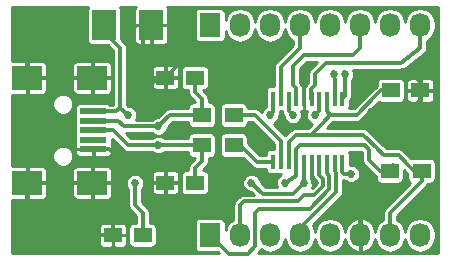
<source format=gtl>
G04 #@! TF.FileFunction,Copper,L1,Top,Signal*
%FSLAX46Y46*%
G04 Gerber Fmt 4.6, Leading zero omitted, Abs format (unit mm)*
G04 Created by KiCad (PCBNEW 4.0.3+e1-6302~38~ubuntu14.04.1-stable) date Tue Aug 16 14:14:18 2016*
%MOMM*%
%LPD*%
G01*
G04 APERTURE LIST*
%ADD10C,0.100000*%
%ADD11R,1.500000X1.250000*%
%ADD12R,2.000000X2.500000*%
%ADD13R,2.301240X0.500380*%
%ADD14R,2.499360X1.998980*%
%ADD15R,1.727200X2.032000*%
%ADD16O,1.727200X2.032000*%
%ADD17R,1.500000X1.300000*%
%ADD18R,0.406400X1.270000*%
%ADD19C,0.685800*%
%ADD20C,2.900000*%
%ADD21C,0.304800*%
%ADD22C,0.250000*%
%ADD23C,0.254000*%
G04 APERTURE END LIST*
D10*
D11*
X156825000Y-111760000D03*
X154325000Y-111760000D03*
D12*
X153575000Y-93980000D03*
X157575000Y-93980000D03*
D11*
X161270000Y-98425000D03*
X158770000Y-98425000D03*
X161270000Y-107315000D03*
X158770000Y-107315000D03*
X180350000Y-99500000D03*
X177850000Y-99500000D03*
D13*
X152674320Y-101269800D03*
X152674320Y-102069900D03*
X152674320Y-102870000D03*
X152674320Y-103670100D03*
X152674320Y-104470200D03*
D14*
X152575260Y-98419920D03*
X147076160Y-98419920D03*
X152575260Y-107320080D03*
X147076160Y-107320080D03*
D15*
X162560000Y-111760000D03*
D16*
X165100000Y-111760000D03*
X167640000Y-111760000D03*
X170180000Y-111760000D03*
X172720000Y-111760000D03*
X175260000Y-111760000D03*
X177800000Y-111760000D03*
X180340000Y-111760000D03*
D15*
X162560000Y-93980000D03*
D16*
X165100000Y-93980000D03*
X167640000Y-93980000D03*
X170180000Y-93980000D03*
X172720000Y-93980000D03*
X175260000Y-93980000D03*
X177800000Y-93980000D03*
X180340000Y-93980000D03*
D17*
X164545000Y-101600000D03*
X161845000Y-101600000D03*
X164545000Y-104140000D03*
X161845000Y-104140000D03*
D18*
X173736000Y-100203000D03*
X173101000Y-100203000D03*
X172440600Y-100203000D03*
X171780200Y-100203000D03*
X171145200Y-100203000D03*
X170484800Y-100203000D03*
X169824400Y-100203000D03*
X169189400Y-100203000D03*
X168529000Y-100203000D03*
X167894000Y-100203000D03*
X167894000Y-105537000D03*
X168529000Y-105537000D03*
X169189400Y-105537000D03*
X169824400Y-105537000D03*
X170484800Y-105537000D03*
X171145200Y-105537000D03*
X171780200Y-105537000D03*
X172440600Y-105537000D03*
X173101000Y-105537000D03*
X173736000Y-105537000D03*
D17*
X180450000Y-106300000D03*
X177750000Y-106300000D03*
D19*
X170497500Y-107315000D03*
X166052500Y-107315000D03*
X156210000Y-107315000D03*
X155575000Y-101600000D03*
D20*
X147750000Y-94500000D03*
X147750000Y-111250000D03*
X179600000Y-102800000D03*
D19*
X176149000Y-101346000D03*
X174802800Y-99060000D03*
X156845000Y-105410000D03*
X156845000Y-100965000D03*
X171450000Y-107315000D03*
X175260000Y-107315000D03*
X167640000Y-97155000D03*
X170497500Y-98742500D03*
X158178500Y-102552500D03*
X158178500Y-104140000D03*
X167640000Y-101600000D03*
X168910000Y-107315000D03*
X174498000Y-106553000D03*
X171450000Y-101600000D03*
X173037500Y-98107500D03*
X173990000Y-98107500D03*
X169545000Y-101600000D03*
D21*
X170497500Y-107315000D02*
X170497500Y-105549700D01*
X169545000Y-108267500D02*
X170497500Y-107315000D01*
X166052500Y-107315000D02*
X167005000Y-108267500D01*
X167005000Y-108267500D02*
X169545000Y-108267500D01*
X170497500Y-105549700D02*
X170484800Y-105537000D01*
X154940000Y-100965000D02*
X155575000Y-101600000D01*
X154940000Y-100965000D02*
X154940000Y-95885000D01*
X154622500Y-101282500D02*
X154940000Y-100965000D01*
X152674320Y-101269800D02*
X154622500Y-101282500D01*
X154940000Y-95885000D02*
X153670000Y-94615000D01*
X156210000Y-109220000D02*
X156845000Y-109855000D01*
X156210000Y-107315000D02*
X156210000Y-109220000D01*
X156845000Y-109855000D02*
X156845000Y-111760000D01*
X147800000Y-94550000D02*
X147750000Y-94500000D01*
X147076160Y-97223840D02*
X147800000Y-96500000D01*
X147800000Y-96500000D02*
X147800000Y-96100000D01*
X147076160Y-98419920D02*
X147076160Y-97223840D01*
X147800000Y-96100000D02*
X147800000Y-94550000D01*
X180350000Y-99500000D02*
X180350000Y-100350000D01*
X179600000Y-101100000D02*
X179600000Y-102800000D01*
X180350000Y-100350000D02*
X179600000Y-101100000D01*
X156210000Y-106045000D02*
X155575000Y-106045000D01*
X155575000Y-106045000D02*
X154940000Y-105410000D01*
X154325000Y-111760000D02*
X148260000Y-111760000D01*
X148260000Y-111760000D02*
X147750000Y-111250000D01*
X147076160Y-110576160D02*
X147750000Y-111250000D01*
X147076160Y-110576160D02*
X147076160Y-109600000D01*
X147076160Y-109600000D02*
X147076160Y-107320080D01*
X176159000Y-101336000D02*
X176149000Y-101346000D01*
X180350000Y-99500000D02*
X180350000Y-98752500D01*
X174802800Y-99060000D02*
X175463200Y-98399600D01*
X175463200Y-98399600D02*
X180022500Y-98425000D01*
X180350000Y-98752500D02*
X180022500Y-98425000D01*
X152674320Y-104470200D02*
X154000200Y-104470200D01*
X154000200Y-104470200D02*
X154940000Y-105410000D01*
X154940000Y-109220000D02*
X154305000Y-109855000D01*
X154305000Y-109855000D02*
X154305000Y-111760000D01*
X154940000Y-105410000D02*
X154940000Y-107315000D01*
X154940000Y-107315000D02*
X154940000Y-109220000D01*
X157480000Y-107315000D02*
X156210000Y-106045000D01*
X156845000Y-105410000D02*
X156210000Y-106045000D01*
X156825000Y-99715000D02*
X156825000Y-100945000D01*
X156825000Y-100945000D02*
X156845000Y-100965000D01*
X156845000Y-94615000D02*
X156825000Y-99715000D01*
X171145200Y-105537000D02*
X171145200Y-107010200D01*
X171145200Y-107010200D02*
X171450000Y-107315000D01*
X175260000Y-107632500D02*
X175260000Y-111760000D01*
X175260000Y-107315000D02*
X175260000Y-107632500D01*
X163195000Y-97155000D02*
X160040000Y-97155000D01*
X160040000Y-97155000D02*
X158770000Y-98425000D01*
X167640000Y-97155000D02*
X163195000Y-97155000D01*
X170484800Y-98755200D02*
X170497500Y-98742500D01*
X170484800Y-100203000D02*
X170484800Y-98755200D01*
X158770000Y-98425000D02*
X158115000Y-98425000D01*
X158115000Y-98425000D02*
X156825000Y-99715000D01*
X158770000Y-107315000D02*
X157480000Y-107315000D01*
X161845000Y-101600000D02*
X159131000Y-101600000D01*
X158178500Y-102552500D02*
X157480000Y-102552500D01*
X154774900Y-102069900D02*
X152674320Y-102069900D01*
X155257500Y-102552500D02*
X157480000Y-102552500D01*
X154774900Y-102069900D02*
X155257500Y-102552500D01*
X159131000Y-101600000D02*
X158178500Y-102552500D01*
X161270000Y-98425000D02*
X161270000Y-99675000D01*
X161845000Y-100250000D02*
X161845000Y-101600000D01*
X161270000Y-99675000D02*
X161845000Y-100250000D01*
X152674320Y-102870000D02*
X154305000Y-102870000D01*
X155575000Y-104140000D02*
X158178500Y-104140000D01*
X158178500Y-104140000D02*
X161845000Y-104140000D01*
X154305000Y-102870000D02*
X155575000Y-104140000D01*
X161845000Y-104140000D02*
X161845000Y-105490000D01*
X161270000Y-106065000D02*
X161270000Y-107315000D01*
X161845000Y-105490000D02*
X161270000Y-106065000D01*
X178500000Y-105000000D02*
X177263000Y-105000000D01*
X176784000Y-104521000D02*
X176763000Y-104500000D01*
X176763000Y-104500000D02*
X175514000Y-103251000D01*
X171069000Y-103251000D02*
X175514000Y-103251000D01*
X179250000Y-105750000D02*
X178500000Y-105000000D01*
X179250000Y-105750000D02*
X179800000Y-106300000D01*
X177263000Y-105000000D02*
X176784000Y-104521000D01*
X180450000Y-106300000D02*
X179800000Y-106300000D01*
X177850000Y-99500000D02*
X177050000Y-99500000D01*
X176550000Y-100000000D02*
X174950000Y-101600000D01*
X174950000Y-101600000D02*
X172720000Y-101600000D01*
X177050000Y-99500000D02*
X176550000Y-100000000D01*
X171069000Y-103251000D02*
X169799000Y-103251000D01*
X169189400Y-103860600D02*
X169189400Y-105537000D01*
X169799000Y-103251000D02*
X169189400Y-103860600D01*
X180450000Y-106300000D02*
X180450000Y-107205000D01*
X177800000Y-109855000D02*
X180340000Y-107315000D01*
X177800000Y-109855000D02*
X177800000Y-111760000D01*
X180450000Y-107205000D02*
X180340000Y-107315000D01*
X172085000Y-102235000D02*
X172720000Y-101600000D01*
X171069000Y-103251000D02*
X172085000Y-102235000D01*
X177850000Y-99500000D02*
X177830000Y-99500000D01*
X172440600Y-101244400D02*
X172720000Y-101600000D01*
X172440600Y-100203000D02*
X172440600Y-101244400D01*
X180370000Y-106470000D02*
X180200000Y-106300000D01*
X180370000Y-106130000D02*
X180200000Y-106300000D01*
X172440600Y-105537000D02*
X172440600Y-106527600D01*
X164147500Y-113347500D02*
X162560000Y-111760000D01*
X165735000Y-113347500D02*
X164147500Y-113347500D01*
X166370000Y-112712500D02*
X165735000Y-113347500D01*
X166370000Y-109855000D02*
X166370000Y-112712500D01*
X166687500Y-109537500D02*
X166370000Y-109855000D01*
X170815000Y-109537500D02*
X166687500Y-109537500D01*
X171005500Y-109537500D02*
X170815000Y-109537500D01*
X172656500Y-107886500D02*
X171005500Y-109537500D01*
X172656500Y-106743500D02*
X172656500Y-107886500D01*
X172440600Y-106527600D02*
X172656500Y-106743500D01*
X171780200Y-105537000D02*
X171780200Y-106629200D01*
X170497500Y-108394500D02*
X169989500Y-108902500D01*
X171323000Y-108394500D02*
X170497500Y-108394500D01*
X172148500Y-107569000D02*
X171323000Y-108394500D01*
X172148500Y-106997500D02*
X172148500Y-107569000D01*
X171780200Y-106629200D02*
X172148500Y-106997500D01*
X165100000Y-111760000D02*
X165100000Y-109220000D01*
X165417500Y-108902500D02*
X165100000Y-109220000D01*
X169989500Y-108902500D02*
X165417500Y-108902500D01*
X167894000Y-101346000D02*
X167894000Y-100203000D01*
X167640000Y-101600000D02*
X167894000Y-101346000D01*
X170180000Y-111760000D02*
X170180000Y-111188500D01*
X170180000Y-111188500D02*
X173228000Y-108140500D01*
X173101000Y-106362500D02*
X173101000Y-105537000D01*
X173228000Y-106489500D02*
X173101000Y-106362500D01*
X173228000Y-108140500D02*
X173228000Y-106489500D01*
X170180000Y-111760000D02*
X170497500Y-111760000D01*
X177750000Y-106300000D02*
X176912000Y-106300000D01*
X176412000Y-105800000D02*
X176022000Y-105410000D01*
X176022000Y-105410000D02*
X176022000Y-104521000D01*
X176022000Y-104521000D02*
X175641000Y-104140000D01*
X175641000Y-104140000D02*
X170180000Y-104140000D01*
X169824400Y-104495600D02*
X169824400Y-105537000D01*
X170180000Y-104140000D02*
X169824400Y-104495600D01*
X176912000Y-106300000D02*
X176412000Y-105800000D01*
X169824400Y-106718100D02*
X169824400Y-105537000D01*
X168910000Y-107315000D02*
X169824400Y-106718100D01*
X178000000Y-105835000D02*
X178000000Y-106300000D01*
X173736000Y-105537000D02*
X173736000Y-106426000D01*
X173863000Y-106553000D02*
X174498000Y-106553000D01*
X173736000Y-106426000D02*
X173863000Y-106553000D01*
X171780200Y-100203000D02*
X171780200Y-101269800D01*
X171780200Y-101269800D02*
X171450000Y-101600000D01*
X173037500Y-98107500D02*
X173101000Y-98806000D01*
X173101000Y-100203000D02*
X173101000Y-98806000D01*
X170180000Y-93980000D02*
X170180000Y-95885000D01*
X168529000Y-98806000D02*
X168529000Y-100203000D01*
X170180000Y-95885000D02*
X168529000Y-97536000D01*
X168529000Y-97536000D02*
X168529000Y-98806000D01*
X173990000Y-98107500D02*
X173990000Y-99949000D01*
X173990000Y-99949000D02*
X173736000Y-100203000D01*
X169545000Y-97472500D02*
X169545000Y-99060000D01*
X175260000Y-93980000D02*
X175260000Y-95885000D01*
X174625000Y-96520000D02*
X170497500Y-96520000D01*
X175260000Y-95885000D02*
X174625000Y-96520000D01*
X170497500Y-96520000D02*
X169545000Y-97472500D01*
X169824400Y-99339400D02*
X169824400Y-100203000D01*
X169545000Y-99060000D02*
X169824400Y-99339400D01*
X169862500Y-100164900D02*
X169824400Y-100203000D01*
X169189400Y-101244400D02*
X169545000Y-101600000D01*
X169189400Y-101244400D02*
X169189400Y-100203000D01*
X164545000Y-101600000D02*
X166370000Y-101600000D01*
X168529000Y-103759000D02*
X168529000Y-105537000D01*
X166370000Y-101600000D02*
X168529000Y-103759000D01*
D22*
X164545000Y-104140000D02*
X165100000Y-104140000D01*
D21*
X165100000Y-104140000D02*
X166497000Y-105537000D01*
X166497000Y-105537000D02*
X167894000Y-105537000D01*
X171450000Y-98107500D02*
X171450000Y-99060000D01*
X180340000Y-95885000D02*
X178752500Y-97155000D01*
X178752500Y-97155000D02*
X172402500Y-97155000D01*
X172402500Y-97155000D02*
X171450000Y-98107500D01*
X180340000Y-93980000D02*
X180340000Y-95885000D01*
X171132500Y-99377500D02*
X171132500Y-100190300D01*
X171450000Y-99060000D02*
X171132500Y-99377500D01*
X171132500Y-100190300D02*
X171145200Y-100203000D01*
D23*
G36*
X152169427Y-92558715D02*
X152134741Y-92730000D01*
X152134741Y-95230000D01*
X152164850Y-95390015D01*
X152259419Y-95536980D01*
X152403715Y-95635573D01*
X152575000Y-95670259D01*
X153899075Y-95670259D01*
X154355800Y-96126984D01*
X154355800Y-100696549D01*
X154114685Y-100694977D01*
X153996225Y-100614037D01*
X153824940Y-100579351D01*
X151523700Y-100579351D01*
X151363685Y-100609460D01*
X151216720Y-100704029D01*
X151118127Y-100848325D01*
X151083441Y-101019610D01*
X151083441Y-101519990D01*
X151112674Y-101675351D01*
X151083441Y-101819710D01*
X151083441Y-102320090D01*
X151112674Y-102475451D01*
X151083441Y-102619810D01*
X151083441Y-103120190D01*
X151112674Y-103275551D01*
X151083441Y-103419910D01*
X151083441Y-103920290D01*
X151113550Y-104080305D01*
X151113940Y-104080911D01*
X151091900Y-104134119D01*
X151091900Y-104336850D01*
X151199850Y-104444800D01*
X152648920Y-104444800D01*
X152648920Y-104424800D01*
X152699720Y-104424800D01*
X152699720Y-104444800D01*
X154148790Y-104444800D01*
X154256740Y-104336850D01*
X154256740Y-104134119D01*
X154233338Y-104077623D01*
X154265199Y-103920290D01*
X154265199Y-103656383D01*
X155161908Y-104553092D01*
X155351436Y-104679730D01*
X155575000Y-104724200D01*
X157667045Y-104724200D01*
X157739095Y-104796376D01*
X158023727Y-104914565D01*
X158331921Y-104914834D01*
X158616759Y-104797141D01*
X158689828Y-104724200D01*
X160654741Y-104724200D01*
X160654741Y-104790000D01*
X160684850Y-104950015D01*
X160779419Y-105096980D01*
X160923715Y-105195573D01*
X161095000Y-105230259D01*
X161260800Y-105230259D01*
X161260800Y-105248016D01*
X160856908Y-105651908D01*
X160730270Y-105841436D01*
X160685800Y-106065000D01*
X160685800Y-106249741D01*
X160520000Y-106249741D01*
X160359985Y-106279850D01*
X160213020Y-106374419D01*
X160114427Y-106518715D01*
X160079741Y-106690000D01*
X160079741Y-107940000D01*
X160109850Y-108100015D01*
X160204419Y-108246980D01*
X160348715Y-108345573D01*
X160520000Y-108380259D01*
X162020000Y-108380259D01*
X162180015Y-108350150D01*
X162326980Y-108255581D01*
X162425573Y-108111285D01*
X162460259Y-107940000D01*
X162460259Y-106690000D01*
X162430150Y-106529985D01*
X162335581Y-106383020D01*
X162191285Y-106284427D01*
X162020000Y-106249741D01*
X161911443Y-106249741D01*
X162258092Y-105903092D01*
X162384731Y-105713563D01*
X162429200Y-105490000D01*
X162429200Y-105230259D01*
X162595000Y-105230259D01*
X162755015Y-105200150D01*
X162901980Y-105105581D01*
X163000573Y-104961285D01*
X163035259Y-104790000D01*
X163035259Y-103490000D01*
X163005150Y-103329985D01*
X162910581Y-103183020D01*
X162766285Y-103084427D01*
X162595000Y-103049741D01*
X161095000Y-103049741D01*
X160934985Y-103079850D01*
X160788020Y-103174419D01*
X160689427Y-103318715D01*
X160654741Y-103490000D01*
X160654741Y-103555800D01*
X158689955Y-103555800D01*
X158617905Y-103483624D01*
X158333273Y-103365435D01*
X158025079Y-103365166D01*
X157740241Y-103482859D01*
X157667172Y-103555800D01*
X155816984Y-103555800D01*
X155397884Y-103136700D01*
X157667045Y-103136700D01*
X157739095Y-103208876D01*
X158023727Y-103327065D01*
X158331921Y-103327334D01*
X158616759Y-103209641D01*
X158834876Y-102991905D01*
X158953065Y-102707273D01*
X158953155Y-102604029D01*
X159372983Y-102184200D01*
X160654741Y-102184200D01*
X160654741Y-102250000D01*
X160684850Y-102410015D01*
X160779419Y-102556980D01*
X160923715Y-102655573D01*
X161095000Y-102690259D01*
X162595000Y-102690259D01*
X162755015Y-102660150D01*
X162901980Y-102565581D01*
X163000573Y-102421285D01*
X163035259Y-102250000D01*
X163035259Y-100950000D01*
X163005150Y-100789985D01*
X162910581Y-100643020D01*
X162766285Y-100544427D01*
X162595000Y-100509741D01*
X162429200Y-100509741D01*
X162429200Y-100250000D01*
X162384731Y-100026437D01*
X162258092Y-99836908D01*
X161911443Y-99490259D01*
X162020000Y-99490259D01*
X162180015Y-99460150D01*
X162326980Y-99365581D01*
X162425573Y-99221285D01*
X162460259Y-99050000D01*
X162460259Y-97800000D01*
X162430150Y-97639985D01*
X162335581Y-97493020D01*
X162191285Y-97394427D01*
X162020000Y-97359741D01*
X160520000Y-97359741D01*
X160359985Y-97389850D01*
X160213020Y-97484419D01*
X160114427Y-97628715D01*
X160079741Y-97800000D01*
X160079741Y-99050000D01*
X160109850Y-99210015D01*
X160204419Y-99356980D01*
X160348715Y-99455573D01*
X160520000Y-99490259D01*
X160685800Y-99490259D01*
X160685800Y-99675000D01*
X160730270Y-99898564D01*
X160798047Y-100000000D01*
X160856908Y-100088092D01*
X161260800Y-100491984D01*
X161260800Y-100509741D01*
X161095000Y-100509741D01*
X160934985Y-100539850D01*
X160788020Y-100634419D01*
X160689427Y-100778715D01*
X160654741Y-100950000D01*
X160654741Y-101015800D01*
X159131000Y-101015800D01*
X158907436Y-101060270D01*
X158717908Y-101186908D01*
X158717906Y-101186911D01*
X158127061Y-101777755D01*
X158025079Y-101777666D01*
X157740241Y-101895359D01*
X157667172Y-101968300D01*
X156260901Y-101968300D01*
X156349565Y-101754773D01*
X156349834Y-101446579D01*
X156232141Y-101161741D01*
X156014405Y-100943624D01*
X155729773Y-100825435D01*
X155626529Y-100825345D01*
X155524200Y-100723016D01*
X155524200Y-98558350D01*
X157588200Y-98558350D01*
X157588200Y-99135891D01*
X157653938Y-99294595D01*
X157775405Y-99416063D01*
X157934110Y-99481800D01*
X158636650Y-99481800D01*
X158744600Y-99373850D01*
X158744600Y-98450400D01*
X158795400Y-98450400D01*
X158795400Y-99373850D01*
X158903350Y-99481800D01*
X159605890Y-99481800D01*
X159764595Y-99416063D01*
X159886062Y-99294595D01*
X159951800Y-99135891D01*
X159951800Y-98558350D01*
X159843850Y-98450400D01*
X158795400Y-98450400D01*
X158744600Y-98450400D01*
X157696150Y-98450400D01*
X157588200Y-98558350D01*
X155524200Y-98558350D01*
X155524200Y-97714109D01*
X157588200Y-97714109D01*
X157588200Y-98291650D01*
X157696150Y-98399600D01*
X158744600Y-98399600D01*
X158744600Y-97476150D01*
X158795400Y-97476150D01*
X158795400Y-98399600D01*
X159843850Y-98399600D01*
X159951800Y-98291650D01*
X159951800Y-97714109D01*
X159886062Y-97555405D01*
X159764595Y-97433937D01*
X159605890Y-97368200D01*
X158903350Y-97368200D01*
X158795400Y-97476150D01*
X158744600Y-97476150D01*
X158636650Y-97368200D01*
X157934110Y-97368200D01*
X157775405Y-97433937D01*
X157653938Y-97555405D01*
X157588200Y-97714109D01*
X155524200Y-97714109D01*
X155524200Y-95885000D01*
X155479730Y-95661436D01*
X155353092Y-95471908D01*
X155015259Y-95134075D01*
X155015259Y-94113350D01*
X156143200Y-94113350D01*
X156143200Y-95315891D01*
X156208938Y-95474595D01*
X156330405Y-95596063D01*
X156489110Y-95661800D01*
X157441650Y-95661800D01*
X157549600Y-95553850D01*
X157549600Y-94005400D01*
X157600400Y-94005400D01*
X157600400Y-95553850D01*
X157708350Y-95661800D01*
X158660890Y-95661800D01*
X158819595Y-95596063D01*
X158941062Y-95474595D01*
X159006800Y-95315891D01*
X159006800Y-94113350D01*
X158898850Y-94005400D01*
X157600400Y-94005400D01*
X157549600Y-94005400D01*
X156251150Y-94005400D01*
X156143200Y-94113350D01*
X155015259Y-94113350D01*
X155015259Y-92730000D01*
X154985150Y-92569985D01*
X154911031Y-92454800D01*
X156239543Y-92454800D01*
X156208938Y-92485405D01*
X156143200Y-92644109D01*
X156143200Y-93846650D01*
X156251150Y-93954600D01*
X157549600Y-93954600D01*
X157549600Y-93934600D01*
X157600400Y-93934600D01*
X157600400Y-93954600D01*
X158898850Y-93954600D01*
X159006800Y-93846650D01*
X159006800Y-92644109D01*
X158941062Y-92485405D01*
X158910457Y-92454800D01*
X181865200Y-92454800D01*
X181865200Y-113285200D01*
X166623484Y-113285200D01*
X166783092Y-113125592D01*
X166889046Y-112967021D01*
X167144272Y-113137558D01*
X167640000Y-113236164D01*
X168135728Y-113137558D01*
X168555986Y-112856750D01*
X168836794Y-112436492D01*
X168910000Y-112068459D01*
X168983206Y-112436492D01*
X169264014Y-112856750D01*
X169684272Y-113137558D01*
X170180000Y-113236164D01*
X170675728Y-113137558D01*
X171095986Y-112856750D01*
X171376794Y-112436492D01*
X171450000Y-112068459D01*
X171523206Y-112436492D01*
X171804014Y-112856750D01*
X172224272Y-113137558D01*
X172720000Y-113236164D01*
X173215728Y-113137558D01*
X173635986Y-112856750D01*
X173916794Y-112436492D01*
X173991552Y-112060657D01*
X174072927Y-112431595D01*
X174361975Y-112846347D01*
X174787739Y-113118914D01*
X175032306Y-113187632D01*
X175234600Y-113099578D01*
X175234600Y-111785400D01*
X175214600Y-111785400D01*
X175214600Y-111734600D01*
X175234600Y-111734600D01*
X175234600Y-110420422D01*
X175032306Y-110332368D01*
X174787739Y-110401086D01*
X174361975Y-110673653D01*
X174072927Y-111088405D01*
X173991552Y-111459343D01*
X173916794Y-111083508D01*
X173635986Y-110663250D01*
X173215728Y-110382442D01*
X172720000Y-110283836D01*
X172224272Y-110382442D01*
X171804014Y-110663250D01*
X171523206Y-111083508D01*
X171450000Y-111451541D01*
X171376794Y-111083508D01*
X171270402Y-110924282D01*
X173641092Y-108553592D01*
X173767730Y-108364064D01*
X173812200Y-108140500D01*
X173812200Y-107127095D01*
X173863000Y-107137200D01*
X173986545Y-107137200D01*
X174058595Y-107209376D01*
X174343227Y-107327565D01*
X174651421Y-107327834D01*
X174936259Y-107210141D01*
X175154376Y-106992405D01*
X175272565Y-106707773D01*
X175272834Y-106399579D01*
X175155141Y-106114741D01*
X174937405Y-105896624D01*
X174652773Y-105778435D01*
X174379459Y-105778196D01*
X174379459Y-104902000D01*
X174349350Y-104741985D01*
X174337906Y-104724200D01*
X175399016Y-104724200D01*
X175437800Y-104762984D01*
X175437800Y-105410000D01*
X175482270Y-105633564D01*
X175604438Y-105816402D01*
X175608908Y-105823092D01*
X176498908Y-106713092D01*
X176559741Y-106753739D01*
X176559741Y-106950000D01*
X176589850Y-107110015D01*
X176684419Y-107256980D01*
X176828715Y-107355573D01*
X177000000Y-107390259D01*
X178500000Y-107390259D01*
X178660015Y-107360150D01*
X178806980Y-107265581D01*
X178905573Y-107121285D01*
X178940259Y-106950000D01*
X178940259Y-106266443D01*
X179259741Y-106585924D01*
X179259741Y-106950000D01*
X179289850Y-107110015D01*
X179384419Y-107256980D01*
X179495761Y-107333056D01*
X177386908Y-109441908D01*
X177260270Y-109631436D01*
X177215800Y-109855000D01*
X177215800Y-110441557D01*
X176884014Y-110663250D01*
X176603206Y-111083508D01*
X176528448Y-111459343D01*
X176447073Y-111088405D01*
X176158025Y-110673653D01*
X175732261Y-110401086D01*
X175487694Y-110332368D01*
X175285400Y-110420422D01*
X175285400Y-111734600D01*
X175305400Y-111734600D01*
X175305400Y-111785400D01*
X175285400Y-111785400D01*
X175285400Y-113099578D01*
X175487694Y-113187632D01*
X175732261Y-113118914D01*
X176158025Y-112846347D01*
X176447073Y-112431595D01*
X176528448Y-112060657D01*
X176603206Y-112436492D01*
X176884014Y-112856750D01*
X177304272Y-113137558D01*
X177800000Y-113236164D01*
X178295728Y-113137558D01*
X178715986Y-112856750D01*
X178996794Y-112436492D01*
X179070000Y-112068459D01*
X179143206Y-112436492D01*
X179424014Y-112856750D01*
X179844272Y-113137558D01*
X180340000Y-113236164D01*
X180835728Y-113137558D01*
X181255986Y-112856750D01*
X181536794Y-112436492D01*
X181635400Y-111940764D01*
X181635400Y-111579236D01*
X181536794Y-111083508D01*
X181255986Y-110663250D01*
X180835728Y-110382442D01*
X180340000Y-110283836D01*
X179844272Y-110382442D01*
X179424014Y-110663250D01*
X179143206Y-111083508D01*
X179070000Y-111451541D01*
X178996794Y-111083508D01*
X178715986Y-110663250D01*
X178384200Y-110441557D01*
X178384200Y-110096984D01*
X180753089Y-107728094D01*
X180753092Y-107728092D01*
X180863089Y-107618094D01*
X180863092Y-107618092D01*
X180989730Y-107428564D01*
X180997349Y-107390259D01*
X181200000Y-107390259D01*
X181360015Y-107360150D01*
X181506980Y-107265581D01*
X181605573Y-107121285D01*
X181640259Y-106950000D01*
X181640259Y-105650000D01*
X181610150Y-105489985D01*
X181515581Y-105343020D01*
X181371285Y-105244427D01*
X181200000Y-105209741D01*
X179700000Y-105209741D01*
X179561909Y-105235725D01*
X178913092Y-104586908D01*
X178887379Y-104569727D01*
X178723564Y-104460270D01*
X178500000Y-104415800D01*
X177504984Y-104415800D01*
X177197092Y-104107908D01*
X177197089Y-104107906D01*
X177176092Y-104086908D01*
X175927092Y-102837908D01*
X175899093Y-102819200D01*
X175737564Y-102711270D01*
X175514000Y-102666800D01*
X172479384Y-102666800D01*
X172961984Y-102184200D01*
X174950000Y-102184200D01*
X175173564Y-102139730D01*
X175363092Y-102013092D01*
X176879344Y-100496840D01*
X176928715Y-100530573D01*
X177100000Y-100565259D01*
X178600000Y-100565259D01*
X178760015Y-100535150D01*
X178906980Y-100440581D01*
X179005573Y-100296285D01*
X179040259Y-100125000D01*
X179040259Y-99633350D01*
X179168200Y-99633350D01*
X179168200Y-100210891D01*
X179233938Y-100369595D01*
X179355405Y-100491063D01*
X179514110Y-100556800D01*
X180216650Y-100556800D01*
X180324600Y-100448850D01*
X180324600Y-99525400D01*
X180375400Y-99525400D01*
X180375400Y-100448850D01*
X180483350Y-100556800D01*
X181185890Y-100556800D01*
X181344595Y-100491063D01*
X181466062Y-100369595D01*
X181531800Y-100210891D01*
X181531800Y-99633350D01*
X181423850Y-99525400D01*
X180375400Y-99525400D01*
X180324600Y-99525400D01*
X179276150Y-99525400D01*
X179168200Y-99633350D01*
X179040259Y-99633350D01*
X179040259Y-98875000D01*
X179024098Y-98789109D01*
X179168200Y-98789109D01*
X179168200Y-99366650D01*
X179276150Y-99474600D01*
X180324600Y-99474600D01*
X180324600Y-98551150D01*
X180375400Y-98551150D01*
X180375400Y-99474600D01*
X181423850Y-99474600D01*
X181531800Y-99366650D01*
X181531800Y-98789109D01*
X181466062Y-98630405D01*
X181344595Y-98508937D01*
X181185890Y-98443200D01*
X180483350Y-98443200D01*
X180375400Y-98551150D01*
X180324600Y-98551150D01*
X180216650Y-98443200D01*
X179514110Y-98443200D01*
X179355405Y-98508937D01*
X179233938Y-98630405D01*
X179168200Y-98789109D01*
X179024098Y-98789109D01*
X179010150Y-98714985D01*
X178915581Y-98568020D01*
X178771285Y-98469427D01*
X178600000Y-98434741D01*
X177100000Y-98434741D01*
X176939985Y-98464850D01*
X176793020Y-98559419D01*
X176694427Y-98703715D01*
X176659741Y-98875000D01*
X176659741Y-99071652D01*
X176636908Y-99086908D01*
X174708016Y-101015800D01*
X174340322Y-101015800D01*
X174344773Y-101009285D01*
X174379459Y-100838000D01*
X174379459Y-100385725D01*
X174403092Y-100362092D01*
X174420292Y-100336350D01*
X174529730Y-100172564D01*
X174574200Y-99949000D01*
X174574200Y-98618955D01*
X174646376Y-98546905D01*
X174764565Y-98262273D01*
X174764834Y-97954079D01*
X174676048Y-97739200D01*
X178752500Y-97739200D01*
X178833154Y-97723157D01*
X178915093Y-97716118D01*
X178944062Y-97701096D01*
X178976064Y-97694730D01*
X179044439Y-97649044D01*
X179117447Y-97611184D01*
X180704947Y-96341184D01*
X180725961Y-96316220D01*
X180753092Y-96298092D01*
X180798781Y-96229713D01*
X180851741Y-96166799D01*
X180861602Y-96135694D01*
X180879730Y-96108564D01*
X180895773Y-96027909D01*
X180920627Y-95949514D01*
X180917834Y-95917003D01*
X180924200Y-95885000D01*
X180924200Y-95298443D01*
X181255986Y-95076750D01*
X181536794Y-94656492D01*
X181635400Y-94160764D01*
X181635400Y-93799236D01*
X181536794Y-93303508D01*
X181255986Y-92883250D01*
X180835728Y-92602442D01*
X180340000Y-92503836D01*
X179844272Y-92602442D01*
X179424014Y-92883250D01*
X179143206Y-93303508D01*
X179070000Y-93671541D01*
X178996794Y-93303508D01*
X178715986Y-92883250D01*
X178295728Y-92602442D01*
X177800000Y-92503836D01*
X177304272Y-92602442D01*
X176884014Y-92883250D01*
X176603206Y-93303508D01*
X176530000Y-93671541D01*
X176456794Y-93303508D01*
X176175986Y-92883250D01*
X175755728Y-92602442D01*
X175260000Y-92503836D01*
X174764272Y-92602442D01*
X174344014Y-92883250D01*
X174063206Y-93303508D01*
X173990000Y-93671541D01*
X173916794Y-93303508D01*
X173635986Y-92883250D01*
X173215728Y-92602442D01*
X172720000Y-92503836D01*
X172224272Y-92602442D01*
X171804014Y-92883250D01*
X171523206Y-93303508D01*
X171450000Y-93671541D01*
X171376794Y-93303508D01*
X171095986Y-92883250D01*
X170675728Y-92602442D01*
X170180000Y-92503836D01*
X169684272Y-92602442D01*
X169264014Y-92883250D01*
X168983206Y-93303508D01*
X168910000Y-93671541D01*
X168836794Y-93303508D01*
X168555986Y-92883250D01*
X168135728Y-92602442D01*
X167640000Y-92503836D01*
X167144272Y-92602442D01*
X166724014Y-92883250D01*
X166443206Y-93303508D01*
X166370000Y-93671541D01*
X166296794Y-93303508D01*
X166015986Y-92883250D01*
X165595728Y-92602442D01*
X165100000Y-92503836D01*
X164604272Y-92602442D01*
X164184014Y-92883250D01*
X163903206Y-93303508D01*
X163863859Y-93501320D01*
X163863859Y-92964000D01*
X163833750Y-92803985D01*
X163739181Y-92657020D01*
X163594885Y-92558427D01*
X163423600Y-92523741D01*
X161696400Y-92523741D01*
X161536385Y-92553850D01*
X161389420Y-92648419D01*
X161290827Y-92792715D01*
X161256141Y-92964000D01*
X161256141Y-94996000D01*
X161286250Y-95156015D01*
X161380819Y-95302980D01*
X161525115Y-95401573D01*
X161696400Y-95436259D01*
X163423600Y-95436259D01*
X163583615Y-95406150D01*
X163730580Y-95311581D01*
X163829173Y-95167285D01*
X163863859Y-94996000D01*
X163863859Y-94458680D01*
X163903206Y-94656492D01*
X164184014Y-95076750D01*
X164604272Y-95357558D01*
X165100000Y-95456164D01*
X165595728Y-95357558D01*
X166015986Y-95076750D01*
X166296794Y-94656492D01*
X166370000Y-94288459D01*
X166443206Y-94656492D01*
X166724014Y-95076750D01*
X167144272Y-95357558D01*
X167640000Y-95456164D01*
X168135728Y-95357558D01*
X168555986Y-95076750D01*
X168836794Y-94656492D01*
X168910000Y-94288459D01*
X168983206Y-94656492D01*
X169264014Y-95076750D01*
X169595800Y-95298443D01*
X169595800Y-95643017D01*
X168115908Y-97122908D01*
X167989270Y-97312436D01*
X167944800Y-97536000D01*
X167944800Y-99127741D01*
X167690800Y-99127741D01*
X167530785Y-99157850D01*
X167383820Y-99252419D01*
X167285227Y-99396715D01*
X167250541Y-99568000D01*
X167250541Y-100838000D01*
X167265328Y-100916585D01*
X167201741Y-100942859D01*
X166983624Y-101160595D01*
X166917067Y-101320883D01*
X166783092Y-101186908D01*
X166593564Y-101060270D01*
X166370000Y-101015800D01*
X165735259Y-101015800D01*
X165735259Y-100950000D01*
X165705150Y-100789985D01*
X165610581Y-100643020D01*
X165466285Y-100544427D01*
X165295000Y-100509741D01*
X163795000Y-100509741D01*
X163634985Y-100539850D01*
X163488020Y-100634419D01*
X163389427Y-100778715D01*
X163354741Y-100950000D01*
X163354741Y-102250000D01*
X163384850Y-102410015D01*
X163479419Y-102556980D01*
X163623715Y-102655573D01*
X163795000Y-102690259D01*
X165295000Y-102690259D01*
X165455015Y-102660150D01*
X165601980Y-102565581D01*
X165700573Y-102421285D01*
X165735259Y-102250000D01*
X165735259Y-102184200D01*
X166128016Y-102184200D01*
X167944800Y-104000984D01*
X167944800Y-104461741D01*
X167690800Y-104461741D01*
X167530785Y-104491850D01*
X167383820Y-104586419D01*
X167285227Y-104730715D01*
X167250541Y-104902000D01*
X167250541Y-104952800D01*
X166738984Y-104952800D01*
X165735259Y-103949075D01*
X165735259Y-103490000D01*
X165705150Y-103329985D01*
X165610581Y-103183020D01*
X165466285Y-103084427D01*
X165295000Y-103049741D01*
X163795000Y-103049741D01*
X163634985Y-103079850D01*
X163488020Y-103174419D01*
X163389427Y-103318715D01*
X163354741Y-103490000D01*
X163354741Y-104790000D01*
X163384850Y-104950015D01*
X163479419Y-105096980D01*
X163623715Y-105195573D01*
X163795000Y-105230259D01*
X165295000Y-105230259D01*
X165353136Y-105219320D01*
X166083908Y-105950092D01*
X166273436Y-106076730D01*
X166497000Y-106121200D01*
X167250541Y-106121200D01*
X167250541Y-106172000D01*
X167280650Y-106332015D01*
X167375219Y-106478980D01*
X167519515Y-106577573D01*
X167690800Y-106612259D01*
X168097200Y-106612259D01*
X168215696Y-106589962D01*
X168325800Y-106612259D01*
X168582101Y-106612259D01*
X168471741Y-106657859D01*
X168253624Y-106875595D01*
X168135435Y-107160227D01*
X168135166Y-107468421D01*
X168223952Y-107683300D01*
X167246983Y-107683300D01*
X166827245Y-107263561D01*
X166827334Y-107161579D01*
X166709641Y-106876741D01*
X166491905Y-106658624D01*
X166207273Y-106540435D01*
X165899079Y-106540166D01*
X165614241Y-106657859D01*
X165396124Y-106875595D01*
X165277935Y-107160227D01*
X165277666Y-107468421D01*
X165395359Y-107753259D01*
X165613095Y-107971376D01*
X165897727Y-108089565D01*
X166000971Y-108089655D01*
X166229617Y-108318300D01*
X165417500Y-108318300D01*
X165193937Y-108362769D01*
X165004408Y-108489408D01*
X164686908Y-108806908D01*
X164560270Y-108996436D01*
X164515800Y-109220000D01*
X164515800Y-110441557D01*
X164184014Y-110663250D01*
X163903206Y-111083508D01*
X163863859Y-111281320D01*
X163863859Y-110744000D01*
X163833750Y-110583985D01*
X163739181Y-110437020D01*
X163594885Y-110338427D01*
X163423600Y-110303741D01*
X161696400Y-110303741D01*
X161536385Y-110333850D01*
X161389420Y-110428419D01*
X161290827Y-110572715D01*
X161256141Y-110744000D01*
X161256141Y-112776000D01*
X161286250Y-112936015D01*
X161380819Y-113082980D01*
X161525115Y-113181573D01*
X161696400Y-113216259D01*
X163190075Y-113216259D01*
X163259016Y-113285200D01*
X145794800Y-113285200D01*
X145794800Y-111893350D01*
X153143200Y-111893350D01*
X153143200Y-112470891D01*
X153208938Y-112629595D01*
X153330405Y-112751063D01*
X153489110Y-112816800D01*
X154191650Y-112816800D01*
X154299600Y-112708850D01*
X154299600Y-111785400D01*
X154350400Y-111785400D01*
X154350400Y-112708850D01*
X154458350Y-112816800D01*
X155160890Y-112816800D01*
X155319595Y-112751063D01*
X155441062Y-112629595D01*
X155506800Y-112470891D01*
X155506800Y-111893350D01*
X155398850Y-111785400D01*
X154350400Y-111785400D01*
X154299600Y-111785400D01*
X153251150Y-111785400D01*
X153143200Y-111893350D01*
X145794800Y-111893350D01*
X145794800Y-111049109D01*
X153143200Y-111049109D01*
X153143200Y-111626650D01*
X153251150Y-111734600D01*
X154299600Y-111734600D01*
X154299600Y-110811150D01*
X154350400Y-110811150D01*
X154350400Y-111734600D01*
X155398850Y-111734600D01*
X155506800Y-111626650D01*
X155506800Y-111049109D01*
X155441062Y-110890405D01*
X155319595Y-110768937D01*
X155160890Y-110703200D01*
X154458350Y-110703200D01*
X154350400Y-110811150D01*
X154299600Y-110811150D01*
X154191650Y-110703200D01*
X153489110Y-110703200D01*
X153330405Y-110768937D01*
X153208938Y-110890405D01*
X153143200Y-111049109D01*
X145794800Y-111049109D01*
X145794800Y-108751370D01*
X146942810Y-108751370D01*
X147050760Y-108643420D01*
X147050760Y-107345480D01*
X147101560Y-107345480D01*
X147101560Y-108643420D01*
X147209510Y-108751370D01*
X148411730Y-108751370D01*
X148570435Y-108685633D01*
X148691902Y-108564165D01*
X148757640Y-108405461D01*
X148757640Y-107453430D01*
X150893780Y-107453430D01*
X150893780Y-108405461D01*
X150959518Y-108564165D01*
X151080985Y-108685633D01*
X151239690Y-108751370D01*
X152441910Y-108751370D01*
X152549860Y-108643420D01*
X152549860Y-107345480D01*
X152600660Y-107345480D01*
X152600660Y-108643420D01*
X152708610Y-108751370D01*
X153910830Y-108751370D01*
X154069535Y-108685633D01*
X154191002Y-108564165D01*
X154256740Y-108405461D01*
X154256740Y-107468421D01*
X155435166Y-107468421D01*
X155552859Y-107753259D01*
X155625800Y-107826328D01*
X155625800Y-109220000D01*
X155670270Y-109443564D01*
X155733036Y-109537500D01*
X155796908Y-109633092D01*
X156260800Y-110096984D01*
X156260800Y-110694741D01*
X156075000Y-110694741D01*
X155914985Y-110724850D01*
X155768020Y-110819419D01*
X155669427Y-110963715D01*
X155634741Y-111135000D01*
X155634741Y-112385000D01*
X155664850Y-112545015D01*
X155759419Y-112691980D01*
X155903715Y-112790573D01*
X156075000Y-112825259D01*
X157575000Y-112825259D01*
X157735015Y-112795150D01*
X157881980Y-112700581D01*
X157980573Y-112556285D01*
X158015259Y-112385000D01*
X158015259Y-111135000D01*
X157985150Y-110974985D01*
X157890581Y-110828020D01*
X157746285Y-110729427D01*
X157575000Y-110694741D01*
X157429200Y-110694741D01*
X157429200Y-109855005D01*
X157429201Y-109855000D01*
X157384731Y-109631437D01*
X157258092Y-109441908D01*
X156794200Y-108978016D01*
X156794200Y-107826455D01*
X156866376Y-107754405D01*
X156984565Y-107469773D01*
X156984583Y-107448350D01*
X157588200Y-107448350D01*
X157588200Y-108025891D01*
X157653938Y-108184595D01*
X157775405Y-108306063D01*
X157934110Y-108371800D01*
X158636650Y-108371800D01*
X158744600Y-108263850D01*
X158744600Y-107340400D01*
X158795400Y-107340400D01*
X158795400Y-108263850D01*
X158903350Y-108371800D01*
X159605890Y-108371800D01*
X159764595Y-108306063D01*
X159886062Y-108184595D01*
X159951800Y-108025891D01*
X159951800Y-107448350D01*
X159843850Y-107340400D01*
X158795400Y-107340400D01*
X158744600Y-107340400D01*
X157696150Y-107340400D01*
X157588200Y-107448350D01*
X156984583Y-107448350D01*
X156984834Y-107161579D01*
X156867141Y-106876741D01*
X156649405Y-106658624D01*
X156518118Y-106604109D01*
X157588200Y-106604109D01*
X157588200Y-107181650D01*
X157696150Y-107289600D01*
X158744600Y-107289600D01*
X158744600Y-106366150D01*
X158795400Y-106366150D01*
X158795400Y-107289600D01*
X159843850Y-107289600D01*
X159951800Y-107181650D01*
X159951800Y-106604109D01*
X159886062Y-106445405D01*
X159764595Y-106323937D01*
X159605890Y-106258200D01*
X158903350Y-106258200D01*
X158795400Y-106366150D01*
X158744600Y-106366150D01*
X158636650Y-106258200D01*
X157934110Y-106258200D01*
X157775405Y-106323937D01*
X157653938Y-106445405D01*
X157588200Y-106604109D01*
X156518118Y-106604109D01*
X156364773Y-106540435D01*
X156056579Y-106540166D01*
X155771741Y-106657859D01*
X155553624Y-106875595D01*
X155435435Y-107160227D01*
X155435166Y-107468421D01*
X154256740Y-107468421D01*
X154256740Y-107453430D01*
X154148790Y-107345480D01*
X152600660Y-107345480D01*
X152549860Y-107345480D01*
X151001730Y-107345480D01*
X150893780Y-107453430D01*
X148757640Y-107453430D01*
X148649690Y-107345480D01*
X147101560Y-107345480D01*
X147050760Y-107345480D01*
X147030760Y-107345480D01*
X147030760Y-107294680D01*
X147050760Y-107294680D01*
X147050760Y-105996740D01*
X147101560Y-105996740D01*
X147101560Y-107294680D01*
X148649690Y-107294680D01*
X148757640Y-107186730D01*
X148757640Y-106234699D01*
X150893780Y-106234699D01*
X150893780Y-107186730D01*
X151001730Y-107294680D01*
X152549860Y-107294680D01*
X152549860Y-105996740D01*
X152600660Y-105996740D01*
X152600660Y-107294680D01*
X154148790Y-107294680D01*
X154256740Y-107186730D01*
X154256740Y-106234699D01*
X154191002Y-106075995D01*
X154069535Y-105954527D01*
X153910830Y-105888790D01*
X152708610Y-105888790D01*
X152600660Y-105996740D01*
X152549860Y-105996740D01*
X152441910Y-105888790D01*
X151239690Y-105888790D01*
X151080985Y-105954527D01*
X150959518Y-106075995D01*
X150893780Y-106234699D01*
X148757640Y-106234699D01*
X148691902Y-106075995D01*
X148570435Y-105954527D01*
X148411730Y-105888790D01*
X147209510Y-105888790D01*
X147101560Y-105996740D01*
X147050760Y-105996740D01*
X146942810Y-105888790D01*
X145794800Y-105888790D01*
X145794800Y-105244188D01*
X149194368Y-105244188D01*
X149328267Y-105568249D01*
X149575987Y-105816402D01*
X149899814Y-105950866D01*
X150250448Y-105951172D01*
X150574509Y-105817273D01*
X150822662Y-105569553D01*
X150957126Y-105245726D01*
X150957432Y-104895092D01*
X150836970Y-104603550D01*
X151091900Y-104603550D01*
X151091900Y-104806281D01*
X151157638Y-104964985D01*
X151279105Y-105086453D01*
X151437810Y-105152190D01*
X152540970Y-105152190D01*
X152648920Y-105044240D01*
X152648920Y-104495600D01*
X152699720Y-104495600D01*
X152699720Y-105044240D01*
X152807670Y-105152190D01*
X153910830Y-105152190D01*
X154069535Y-105086453D01*
X154191002Y-104964985D01*
X154256740Y-104806281D01*
X154256740Y-104603550D01*
X154148790Y-104495600D01*
X152699720Y-104495600D01*
X152648920Y-104495600D01*
X151199850Y-104495600D01*
X151091900Y-104603550D01*
X150836970Y-104603550D01*
X150823533Y-104571031D01*
X150575813Y-104322878D01*
X150251986Y-104188414D01*
X149901352Y-104188108D01*
X149577291Y-104322007D01*
X149329138Y-104569727D01*
X149194674Y-104893554D01*
X149194368Y-105244188D01*
X145794800Y-105244188D01*
X145794800Y-100844908D01*
X149194368Y-100844908D01*
X149328267Y-101168969D01*
X149575987Y-101417122D01*
X149899814Y-101551586D01*
X150250448Y-101551892D01*
X150574509Y-101417993D01*
X150822662Y-101170273D01*
X150957126Y-100846446D01*
X150957432Y-100495812D01*
X150823533Y-100171751D01*
X150575813Y-99923598D01*
X150251986Y-99789134D01*
X149901352Y-99788828D01*
X149577291Y-99922727D01*
X149329138Y-100170447D01*
X149194674Y-100494274D01*
X149194368Y-100844908D01*
X145794800Y-100844908D01*
X145794800Y-99851210D01*
X146942810Y-99851210D01*
X147050760Y-99743260D01*
X147050760Y-98445320D01*
X147101560Y-98445320D01*
X147101560Y-99743260D01*
X147209510Y-99851210D01*
X148411730Y-99851210D01*
X148570435Y-99785473D01*
X148691902Y-99664005D01*
X148757640Y-99505301D01*
X148757640Y-98553270D01*
X150893780Y-98553270D01*
X150893780Y-99505301D01*
X150959518Y-99664005D01*
X151080985Y-99785473D01*
X151239690Y-99851210D01*
X152441910Y-99851210D01*
X152549860Y-99743260D01*
X152549860Y-98445320D01*
X152600660Y-98445320D01*
X152600660Y-99743260D01*
X152708610Y-99851210D01*
X153910830Y-99851210D01*
X154069535Y-99785473D01*
X154191002Y-99664005D01*
X154256740Y-99505301D01*
X154256740Y-98553270D01*
X154148790Y-98445320D01*
X152600660Y-98445320D01*
X152549860Y-98445320D01*
X151001730Y-98445320D01*
X150893780Y-98553270D01*
X148757640Y-98553270D01*
X148649690Y-98445320D01*
X147101560Y-98445320D01*
X147050760Y-98445320D01*
X147030760Y-98445320D01*
X147030760Y-98394520D01*
X147050760Y-98394520D01*
X147050760Y-97096580D01*
X147101560Y-97096580D01*
X147101560Y-98394520D01*
X148649690Y-98394520D01*
X148757640Y-98286570D01*
X148757640Y-97334539D01*
X150893780Y-97334539D01*
X150893780Y-98286570D01*
X151001730Y-98394520D01*
X152549860Y-98394520D01*
X152549860Y-97096580D01*
X152600660Y-97096580D01*
X152600660Y-98394520D01*
X154148790Y-98394520D01*
X154256740Y-98286570D01*
X154256740Y-97334539D01*
X154191002Y-97175835D01*
X154069535Y-97054367D01*
X153910830Y-96988630D01*
X152708610Y-96988630D01*
X152600660Y-97096580D01*
X152549860Y-97096580D01*
X152441910Y-96988630D01*
X151239690Y-96988630D01*
X151080985Y-97054367D01*
X150959518Y-97175835D01*
X150893780Y-97334539D01*
X148757640Y-97334539D01*
X148691902Y-97175835D01*
X148570435Y-97054367D01*
X148411730Y-96988630D01*
X147209510Y-96988630D01*
X147101560Y-97096580D01*
X147050760Y-97096580D01*
X146942810Y-96988630D01*
X145794800Y-96988630D01*
X145794800Y-92454800D01*
X152240429Y-92454800D01*
X152169427Y-92558715D01*
X152169427Y-92558715D01*
G37*
X152169427Y-92558715D02*
X152134741Y-92730000D01*
X152134741Y-95230000D01*
X152164850Y-95390015D01*
X152259419Y-95536980D01*
X152403715Y-95635573D01*
X152575000Y-95670259D01*
X153899075Y-95670259D01*
X154355800Y-96126984D01*
X154355800Y-100696549D01*
X154114685Y-100694977D01*
X153996225Y-100614037D01*
X153824940Y-100579351D01*
X151523700Y-100579351D01*
X151363685Y-100609460D01*
X151216720Y-100704029D01*
X151118127Y-100848325D01*
X151083441Y-101019610D01*
X151083441Y-101519990D01*
X151112674Y-101675351D01*
X151083441Y-101819710D01*
X151083441Y-102320090D01*
X151112674Y-102475451D01*
X151083441Y-102619810D01*
X151083441Y-103120190D01*
X151112674Y-103275551D01*
X151083441Y-103419910D01*
X151083441Y-103920290D01*
X151113550Y-104080305D01*
X151113940Y-104080911D01*
X151091900Y-104134119D01*
X151091900Y-104336850D01*
X151199850Y-104444800D01*
X152648920Y-104444800D01*
X152648920Y-104424800D01*
X152699720Y-104424800D01*
X152699720Y-104444800D01*
X154148790Y-104444800D01*
X154256740Y-104336850D01*
X154256740Y-104134119D01*
X154233338Y-104077623D01*
X154265199Y-103920290D01*
X154265199Y-103656383D01*
X155161908Y-104553092D01*
X155351436Y-104679730D01*
X155575000Y-104724200D01*
X157667045Y-104724200D01*
X157739095Y-104796376D01*
X158023727Y-104914565D01*
X158331921Y-104914834D01*
X158616759Y-104797141D01*
X158689828Y-104724200D01*
X160654741Y-104724200D01*
X160654741Y-104790000D01*
X160684850Y-104950015D01*
X160779419Y-105096980D01*
X160923715Y-105195573D01*
X161095000Y-105230259D01*
X161260800Y-105230259D01*
X161260800Y-105248016D01*
X160856908Y-105651908D01*
X160730270Y-105841436D01*
X160685800Y-106065000D01*
X160685800Y-106249741D01*
X160520000Y-106249741D01*
X160359985Y-106279850D01*
X160213020Y-106374419D01*
X160114427Y-106518715D01*
X160079741Y-106690000D01*
X160079741Y-107940000D01*
X160109850Y-108100015D01*
X160204419Y-108246980D01*
X160348715Y-108345573D01*
X160520000Y-108380259D01*
X162020000Y-108380259D01*
X162180015Y-108350150D01*
X162326980Y-108255581D01*
X162425573Y-108111285D01*
X162460259Y-107940000D01*
X162460259Y-106690000D01*
X162430150Y-106529985D01*
X162335581Y-106383020D01*
X162191285Y-106284427D01*
X162020000Y-106249741D01*
X161911443Y-106249741D01*
X162258092Y-105903092D01*
X162384731Y-105713563D01*
X162429200Y-105490000D01*
X162429200Y-105230259D01*
X162595000Y-105230259D01*
X162755015Y-105200150D01*
X162901980Y-105105581D01*
X163000573Y-104961285D01*
X163035259Y-104790000D01*
X163035259Y-103490000D01*
X163005150Y-103329985D01*
X162910581Y-103183020D01*
X162766285Y-103084427D01*
X162595000Y-103049741D01*
X161095000Y-103049741D01*
X160934985Y-103079850D01*
X160788020Y-103174419D01*
X160689427Y-103318715D01*
X160654741Y-103490000D01*
X160654741Y-103555800D01*
X158689955Y-103555800D01*
X158617905Y-103483624D01*
X158333273Y-103365435D01*
X158025079Y-103365166D01*
X157740241Y-103482859D01*
X157667172Y-103555800D01*
X155816984Y-103555800D01*
X155397884Y-103136700D01*
X157667045Y-103136700D01*
X157739095Y-103208876D01*
X158023727Y-103327065D01*
X158331921Y-103327334D01*
X158616759Y-103209641D01*
X158834876Y-102991905D01*
X158953065Y-102707273D01*
X158953155Y-102604029D01*
X159372983Y-102184200D01*
X160654741Y-102184200D01*
X160654741Y-102250000D01*
X160684850Y-102410015D01*
X160779419Y-102556980D01*
X160923715Y-102655573D01*
X161095000Y-102690259D01*
X162595000Y-102690259D01*
X162755015Y-102660150D01*
X162901980Y-102565581D01*
X163000573Y-102421285D01*
X163035259Y-102250000D01*
X163035259Y-100950000D01*
X163005150Y-100789985D01*
X162910581Y-100643020D01*
X162766285Y-100544427D01*
X162595000Y-100509741D01*
X162429200Y-100509741D01*
X162429200Y-100250000D01*
X162384731Y-100026437D01*
X162258092Y-99836908D01*
X161911443Y-99490259D01*
X162020000Y-99490259D01*
X162180015Y-99460150D01*
X162326980Y-99365581D01*
X162425573Y-99221285D01*
X162460259Y-99050000D01*
X162460259Y-97800000D01*
X162430150Y-97639985D01*
X162335581Y-97493020D01*
X162191285Y-97394427D01*
X162020000Y-97359741D01*
X160520000Y-97359741D01*
X160359985Y-97389850D01*
X160213020Y-97484419D01*
X160114427Y-97628715D01*
X160079741Y-97800000D01*
X160079741Y-99050000D01*
X160109850Y-99210015D01*
X160204419Y-99356980D01*
X160348715Y-99455573D01*
X160520000Y-99490259D01*
X160685800Y-99490259D01*
X160685800Y-99675000D01*
X160730270Y-99898564D01*
X160798047Y-100000000D01*
X160856908Y-100088092D01*
X161260800Y-100491984D01*
X161260800Y-100509741D01*
X161095000Y-100509741D01*
X160934985Y-100539850D01*
X160788020Y-100634419D01*
X160689427Y-100778715D01*
X160654741Y-100950000D01*
X160654741Y-101015800D01*
X159131000Y-101015800D01*
X158907436Y-101060270D01*
X158717908Y-101186908D01*
X158717906Y-101186911D01*
X158127061Y-101777755D01*
X158025079Y-101777666D01*
X157740241Y-101895359D01*
X157667172Y-101968300D01*
X156260901Y-101968300D01*
X156349565Y-101754773D01*
X156349834Y-101446579D01*
X156232141Y-101161741D01*
X156014405Y-100943624D01*
X155729773Y-100825435D01*
X155626529Y-100825345D01*
X155524200Y-100723016D01*
X155524200Y-98558350D01*
X157588200Y-98558350D01*
X157588200Y-99135891D01*
X157653938Y-99294595D01*
X157775405Y-99416063D01*
X157934110Y-99481800D01*
X158636650Y-99481800D01*
X158744600Y-99373850D01*
X158744600Y-98450400D01*
X158795400Y-98450400D01*
X158795400Y-99373850D01*
X158903350Y-99481800D01*
X159605890Y-99481800D01*
X159764595Y-99416063D01*
X159886062Y-99294595D01*
X159951800Y-99135891D01*
X159951800Y-98558350D01*
X159843850Y-98450400D01*
X158795400Y-98450400D01*
X158744600Y-98450400D01*
X157696150Y-98450400D01*
X157588200Y-98558350D01*
X155524200Y-98558350D01*
X155524200Y-97714109D01*
X157588200Y-97714109D01*
X157588200Y-98291650D01*
X157696150Y-98399600D01*
X158744600Y-98399600D01*
X158744600Y-97476150D01*
X158795400Y-97476150D01*
X158795400Y-98399600D01*
X159843850Y-98399600D01*
X159951800Y-98291650D01*
X159951800Y-97714109D01*
X159886062Y-97555405D01*
X159764595Y-97433937D01*
X159605890Y-97368200D01*
X158903350Y-97368200D01*
X158795400Y-97476150D01*
X158744600Y-97476150D01*
X158636650Y-97368200D01*
X157934110Y-97368200D01*
X157775405Y-97433937D01*
X157653938Y-97555405D01*
X157588200Y-97714109D01*
X155524200Y-97714109D01*
X155524200Y-95885000D01*
X155479730Y-95661436D01*
X155353092Y-95471908D01*
X155015259Y-95134075D01*
X155015259Y-94113350D01*
X156143200Y-94113350D01*
X156143200Y-95315891D01*
X156208938Y-95474595D01*
X156330405Y-95596063D01*
X156489110Y-95661800D01*
X157441650Y-95661800D01*
X157549600Y-95553850D01*
X157549600Y-94005400D01*
X157600400Y-94005400D01*
X157600400Y-95553850D01*
X157708350Y-95661800D01*
X158660890Y-95661800D01*
X158819595Y-95596063D01*
X158941062Y-95474595D01*
X159006800Y-95315891D01*
X159006800Y-94113350D01*
X158898850Y-94005400D01*
X157600400Y-94005400D01*
X157549600Y-94005400D01*
X156251150Y-94005400D01*
X156143200Y-94113350D01*
X155015259Y-94113350D01*
X155015259Y-92730000D01*
X154985150Y-92569985D01*
X154911031Y-92454800D01*
X156239543Y-92454800D01*
X156208938Y-92485405D01*
X156143200Y-92644109D01*
X156143200Y-93846650D01*
X156251150Y-93954600D01*
X157549600Y-93954600D01*
X157549600Y-93934600D01*
X157600400Y-93934600D01*
X157600400Y-93954600D01*
X158898850Y-93954600D01*
X159006800Y-93846650D01*
X159006800Y-92644109D01*
X158941062Y-92485405D01*
X158910457Y-92454800D01*
X181865200Y-92454800D01*
X181865200Y-113285200D01*
X166623484Y-113285200D01*
X166783092Y-113125592D01*
X166889046Y-112967021D01*
X167144272Y-113137558D01*
X167640000Y-113236164D01*
X168135728Y-113137558D01*
X168555986Y-112856750D01*
X168836794Y-112436492D01*
X168910000Y-112068459D01*
X168983206Y-112436492D01*
X169264014Y-112856750D01*
X169684272Y-113137558D01*
X170180000Y-113236164D01*
X170675728Y-113137558D01*
X171095986Y-112856750D01*
X171376794Y-112436492D01*
X171450000Y-112068459D01*
X171523206Y-112436492D01*
X171804014Y-112856750D01*
X172224272Y-113137558D01*
X172720000Y-113236164D01*
X173215728Y-113137558D01*
X173635986Y-112856750D01*
X173916794Y-112436492D01*
X173991552Y-112060657D01*
X174072927Y-112431595D01*
X174361975Y-112846347D01*
X174787739Y-113118914D01*
X175032306Y-113187632D01*
X175234600Y-113099578D01*
X175234600Y-111785400D01*
X175214600Y-111785400D01*
X175214600Y-111734600D01*
X175234600Y-111734600D01*
X175234600Y-110420422D01*
X175032306Y-110332368D01*
X174787739Y-110401086D01*
X174361975Y-110673653D01*
X174072927Y-111088405D01*
X173991552Y-111459343D01*
X173916794Y-111083508D01*
X173635986Y-110663250D01*
X173215728Y-110382442D01*
X172720000Y-110283836D01*
X172224272Y-110382442D01*
X171804014Y-110663250D01*
X171523206Y-111083508D01*
X171450000Y-111451541D01*
X171376794Y-111083508D01*
X171270402Y-110924282D01*
X173641092Y-108553592D01*
X173767730Y-108364064D01*
X173812200Y-108140500D01*
X173812200Y-107127095D01*
X173863000Y-107137200D01*
X173986545Y-107137200D01*
X174058595Y-107209376D01*
X174343227Y-107327565D01*
X174651421Y-107327834D01*
X174936259Y-107210141D01*
X175154376Y-106992405D01*
X175272565Y-106707773D01*
X175272834Y-106399579D01*
X175155141Y-106114741D01*
X174937405Y-105896624D01*
X174652773Y-105778435D01*
X174379459Y-105778196D01*
X174379459Y-104902000D01*
X174349350Y-104741985D01*
X174337906Y-104724200D01*
X175399016Y-104724200D01*
X175437800Y-104762984D01*
X175437800Y-105410000D01*
X175482270Y-105633564D01*
X175604438Y-105816402D01*
X175608908Y-105823092D01*
X176498908Y-106713092D01*
X176559741Y-106753739D01*
X176559741Y-106950000D01*
X176589850Y-107110015D01*
X176684419Y-107256980D01*
X176828715Y-107355573D01*
X177000000Y-107390259D01*
X178500000Y-107390259D01*
X178660015Y-107360150D01*
X178806980Y-107265581D01*
X178905573Y-107121285D01*
X178940259Y-106950000D01*
X178940259Y-106266443D01*
X179259741Y-106585924D01*
X179259741Y-106950000D01*
X179289850Y-107110015D01*
X179384419Y-107256980D01*
X179495761Y-107333056D01*
X177386908Y-109441908D01*
X177260270Y-109631436D01*
X177215800Y-109855000D01*
X177215800Y-110441557D01*
X176884014Y-110663250D01*
X176603206Y-111083508D01*
X176528448Y-111459343D01*
X176447073Y-111088405D01*
X176158025Y-110673653D01*
X175732261Y-110401086D01*
X175487694Y-110332368D01*
X175285400Y-110420422D01*
X175285400Y-111734600D01*
X175305400Y-111734600D01*
X175305400Y-111785400D01*
X175285400Y-111785400D01*
X175285400Y-113099578D01*
X175487694Y-113187632D01*
X175732261Y-113118914D01*
X176158025Y-112846347D01*
X176447073Y-112431595D01*
X176528448Y-112060657D01*
X176603206Y-112436492D01*
X176884014Y-112856750D01*
X177304272Y-113137558D01*
X177800000Y-113236164D01*
X178295728Y-113137558D01*
X178715986Y-112856750D01*
X178996794Y-112436492D01*
X179070000Y-112068459D01*
X179143206Y-112436492D01*
X179424014Y-112856750D01*
X179844272Y-113137558D01*
X180340000Y-113236164D01*
X180835728Y-113137558D01*
X181255986Y-112856750D01*
X181536794Y-112436492D01*
X181635400Y-111940764D01*
X181635400Y-111579236D01*
X181536794Y-111083508D01*
X181255986Y-110663250D01*
X180835728Y-110382442D01*
X180340000Y-110283836D01*
X179844272Y-110382442D01*
X179424014Y-110663250D01*
X179143206Y-111083508D01*
X179070000Y-111451541D01*
X178996794Y-111083508D01*
X178715986Y-110663250D01*
X178384200Y-110441557D01*
X178384200Y-110096984D01*
X180753089Y-107728094D01*
X180753092Y-107728092D01*
X180863089Y-107618094D01*
X180863092Y-107618092D01*
X180989730Y-107428564D01*
X180997349Y-107390259D01*
X181200000Y-107390259D01*
X181360015Y-107360150D01*
X181506980Y-107265581D01*
X181605573Y-107121285D01*
X181640259Y-106950000D01*
X181640259Y-105650000D01*
X181610150Y-105489985D01*
X181515581Y-105343020D01*
X181371285Y-105244427D01*
X181200000Y-105209741D01*
X179700000Y-105209741D01*
X179561909Y-105235725D01*
X178913092Y-104586908D01*
X178887379Y-104569727D01*
X178723564Y-104460270D01*
X178500000Y-104415800D01*
X177504984Y-104415800D01*
X177197092Y-104107908D01*
X177197089Y-104107906D01*
X177176092Y-104086908D01*
X175927092Y-102837908D01*
X175899093Y-102819200D01*
X175737564Y-102711270D01*
X175514000Y-102666800D01*
X172479384Y-102666800D01*
X172961984Y-102184200D01*
X174950000Y-102184200D01*
X175173564Y-102139730D01*
X175363092Y-102013092D01*
X176879344Y-100496840D01*
X176928715Y-100530573D01*
X177100000Y-100565259D01*
X178600000Y-100565259D01*
X178760015Y-100535150D01*
X178906980Y-100440581D01*
X179005573Y-100296285D01*
X179040259Y-100125000D01*
X179040259Y-99633350D01*
X179168200Y-99633350D01*
X179168200Y-100210891D01*
X179233938Y-100369595D01*
X179355405Y-100491063D01*
X179514110Y-100556800D01*
X180216650Y-100556800D01*
X180324600Y-100448850D01*
X180324600Y-99525400D01*
X180375400Y-99525400D01*
X180375400Y-100448850D01*
X180483350Y-100556800D01*
X181185890Y-100556800D01*
X181344595Y-100491063D01*
X181466062Y-100369595D01*
X181531800Y-100210891D01*
X181531800Y-99633350D01*
X181423850Y-99525400D01*
X180375400Y-99525400D01*
X180324600Y-99525400D01*
X179276150Y-99525400D01*
X179168200Y-99633350D01*
X179040259Y-99633350D01*
X179040259Y-98875000D01*
X179024098Y-98789109D01*
X179168200Y-98789109D01*
X179168200Y-99366650D01*
X179276150Y-99474600D01*
X180324600Y-99474600D01*
X180324600Y-98551150D01*
X180375400Y-98551150D01*
X180375400Y-99474600D01*
X181423850Y-99474600D01*
X181531800Y-99366650D01*
X181531800Y-98789109D01*
X181466062Y-98630405D01*
X181344595Y-98508937D01*
X181185890Y-98443200D01*
X180483350Y-98443200D01*
X180375400Y-98551150D01*
X180324600Y-98551150D01*
X180216650Y-98443200D01*
X179514110Y-98443200D01*
X179355405Y-98508937D01*
X179233938Y-98630405D01*
X179168200Y-98789109D01*
X179024098Y-98789109D01*
X179010150Y-98714985D01*
X178915581Y-98568020D01*
X178771285Y-98469427D01*
X178600000Y-98434741D01*
X177100000Y-98434741D01*
X176939985Y-98464850D01*
X176793020Y-98559419D01*
X176694427Y-98703715D01*
X176659741Y-98875000D01*
X176659741Y-99071652D01*
X176636908Y-99086908D01*
X174708016Y-101015800D01*
X174340322Y-101015800D01*
X174344773Y-101009285D01*
X174379459Y-100838000D01*
X174379459Y-100385725D01*
X174403092Y-100362092D01*
X174420292Y-100336350D01*
X174529730Y-100172564D01*
X174574200Y-99949000D01*
X174574200Y-98618955D01*
X174646376Y-98546905D01*
X174764565Y-98262273D01*
X174764834Y-97954079D01*
X174676048Y-97739200D01*
X178752500Y-97739200D01*
X178833154Y-97723157D01*
X178915093Y-97716118D01*
X178944062Y-97701096D01*
X178976064Y-97694730D01*
X179044439Y-97649044D01*
X179117447Y-97611184D01*
X180704947Y-96341184D01*
X180725961Y-96316220D01*
X180753092Y-96298092D01*
X180798781Y-96229713D01*
X180851741Y-96166799D01*
X180861602Y-96135694D01*
X180879730Y-96108564D01*
X180895773Y-96027909D01*
X180920627Y-95949514D01*
X180917834Y-95917003D01*
X180924200Y-95885000D01*
X180924200Y-95298443D01*
X181255986Y-95076750D01*
X181536794Y-94656492D01*
X181635400Y-94160764D01*
X181635400Y-93799236D01*
X181536794Y-93303508D01*
X181255986Y-92883250D01*
X180835728Y-92602442D01*
X180340000Y-92503836D01*
X179844272Y-92602442D01*
X179424014Y-92883250D01*
X179143206Y-93303508D01*
X179070000Y-93671541D01*
X178996794Y-93303508D01*
X178715986Y-92883250D01*
X178295728Y-92602442D01*
X177800000Y-92503836D01*
X177304272Y-92602442D01*
X176884014Y-92883250D01*
X176603206Y-93303508D01*
X176530000Y-93671541D01*
X176456794Y-93303508D01*
X176175986Y-92883250D01*
X175755728Y-92602442D01*
X175260000Y-92503836D01*
X174764272Y-92602442D01*
X174344014Y-92883250D01*
X174063206Y-93303508D01*
X173990000Y-93671541D01*
X173916794Y-93303508D01*
X173635986Y-92883250D01*
X173215728Y-92602442D01*
X172720000Y-92503836D01*
X172224272Y-92602442D01*
X171804014Y-92883250D01*
X171523206Y-93303508D01*
X171450000Y-93671541D01*
X171376794Y-93303508D01*
X171095986Y-92883250D01*
X170675728Y-92602442D01*
X170180000Y-92503836D01*
X169684272Y-92602442D01*
X169264014Y-92883250D01*
X168983206Y-93303508D01*
X168910000Y-93671541D01*
X168836794Y-93303508D01*
X168555986Y-92883250D01*
X168135728Y-92602442D01*
X167640000Y-92503836D01*
X167144272Y-92602442D01*
X166724014Y-92883250D01*
X166443206Y-93303508D01*
X166370000Y-93671541D01*
X166296794Y-93303508D01*
X166015986Y-92883250D01*
X165595728Y-92602442D01*
X165100000Y-92503836D01*
X164604272Y-92602442D01*
X164184014Y-92883250D01*
X163903206Y-93303508D01*
X163863859Y-93501320D01*
X163863859Y-92964000D01*
X163833750Y-92803985D01*
X163739181Y-92657020D01*
X163594885Y-92558427D01*
X163423600Y-92523741D01*
X161696400Y-92523741D01*
X161536385Y-92553850D01*
X161389420Y-92648419D01*
X161290827Y-92792715D01*
X161256141Y-92964000D01*
X161256141Y-94996000D01*
X161286250Y-95156015D01*
X161380819Y-95302980D01*
X161525115Y-95401573D01*
X161696400Y-95436259D01*
X163423600Y-95436259D01*
X163583615Y-95406150D01*
X163730580Y-95311581D01*
X163829173Y-95167285D01*
X163863859Y-94996000D01*
X163863859Y-94458680D01*
X163903206Y-94656492D01*
X164184014Y-95076750D01*
X164604272Y-95357558D01*
X165100000Y-95456164D01*
X165595728Y-95357558D01*
X166015986Y-95076750D01*
X166296794Y-94656492D01*
X166370000Y-94288459D01*
X166443206Y-94656492D01*
X166724014Y-95076750D01*
X167144272Y-95357558D01*
X167640000Y-95456164D01*
X168135728Y-95357558D01*
X168555986Y-95076750D01*
X168836794Y-94656492D01*
X168910000Y-94288459D01*
X168983206Y-94656492D01*
X169264014Y-95076750D01*
X169595800Y-95298443D01*
X169595800Y-95643017D01*
X168115908Y-97122908D01*
X167989270Y-97312436D01*
X167944800Y-97536000D01*
X167944800Y-99127741D01*
X167690800Y-99127741D01*
X167530785Y-99157850D01*
X167383820Y-99252419D01*
X167285227Y-99396715D01*
X167250541Y-99568000D01*
X167250541Y-100838000D01*
X167265328Y-100916585D01*
X167201741Y-100942859D01*
X166983624Y-101160595D01*
X166917067Y-101320883D01*
X166783092Y-101186908D01*
X166593564Y-101060270D01*
X166370000Y-101015800D01*
X165735259Y-101015800D01*
X165735259Y-100950000D01*
X165705150Y-100789985D01*
X165610581Y-100643020D01*
X165466285Y-100544427D01*
X165295000Y-100509741D01*
X163795000Y-100509741D01*
X163634985Y-100539850D01*
X163488020Y-100634419D01*
X163389427Y-100778715D01*
X163354741Y-100950000D01*
X163354741Y-102250000D01*
X163384850Y-102410015D01*
X163479419Y-102556980D01*
X163623715Y-102655573D01*
X163795000Y-102690259D01*
X165295000Y-102690259D01*
X165455015Y-102660150D01*
X165601980Y-102565581D01*
X165700573Y-102421285D01*
X165735259Y-102250000D01*
X165735259Y-102184200D01*
X166128016Y-102184200D01*
X167944800Y-104000984D01*
X167944800Y-104461741D01*
X167690800Y-104461741D01*
X167530785Y-104491850D01*
X167383820Y-104586419D01*
X167285227Y-104730715D01*
X167250541Y-104902000D01*
X167250541Y-104952800D01*
X166738984Y-104952800D01*
X165735259Y-103949075D01*
X165735259Y-103490000D01*
X165705150Y-103329985D01*
X165610581Y-103183020D01*
X165466285Y-103084427D01*
X165295000Y-103049741D01*
X163795000Y-103049741D01*
X163634985Y-103079850D01*
X163488020Y-103174419D01*
X163389427Y-103318715D01*
X163354741Y-103490000D01*
X163354741Y-104790000D01*
X163384850Y-104950015D01*
X163479419Y-105096980D01*
X163623715Y-105195573D01*
X163795000Y-105230259D01*
X165295000Y-105230259D01*
X165353136Y-105219320D01*
X166083908Y-105950092D01*
X166273436Y-106076730D01*
X166497000Y-106121200D01*
X167250541Y-106121200D01*
X167250541Y-106172000D01*
X167280650Y-106332015D01*
X167375219Y-106478980D01*
X167519515Y-106577573D01*
X167690800Y-106612259D01*
X168097200Y-106612259D01*
X168215696Y-106589962D01*
X168325800Y-106612259D01*
X168582101Y-106612259D01*
X168471741Y-106657859D01*
X168253624Y-106875595D01*
X168135435Y-107160227D01*
X168135166Y-107468421D01*
X168223952Y-107683300D01*
X167246983Y-107683300D01*
X166827245Y-107263561D01*
X166827334Y-107161579D01*
X166709641Y-106876741D01*
X166491905Y-106658624D01*
X166207273Y-106540435D01*
X165899079Y-106540166D01*
X165614241Y-106657859D01*
X165396124Y-106875595D01*
X165277935Y-107160227D01*
X165277666Y-107468421D01*
X165395359Y-107753259D01*
X165613095Y-107971376D01*
X165897727Y-108089565D01*
X166000971Y-108089655D01*
X166229617Y-108318300D01*
X165417500Y-108318300D01*
X165193937Y-108362769D01*
X165004408Y-108489408D01*
X164686908Y-108806908D01*
X164560270Y-108996436D01*
X164515800Y-109220000D01*
X164515800Y-110441557D01*
X164184014Y-110663250D01*
X163903206Y-111083508D01*
X163863859Y-111281320D01*
X163863859Y-110744000D01*
X163833750Y-110583985D01*
X163739181Y-110437020D01*
X163594885Y-110338427D01*
X163423600Y-110303741D01*
X161696400Y-110303741D01*
X161536385Y-110333850D01*
X161389420Y-110428419D01*
X161290827Y-110572715D01*
X161256141Y-110744000D01*
X161256141Y-112776000D01*
X161286250Y-112936015D01*
X161380819Y-113082980D01*
X161525115Y-113181573D01*
X161696400Y-113216259D01*
X163190075Y-113216259D01*
X163259016Y-113285200D01*
X145794800Y-113285200D01*
X145794800Y-111893350D01*
X153143200Y-111893350D01*
X153143200Y-112470891D01*
X153208938Y-112629595D01*
X153330405Y-112751063D01*
X153489110Y-112816800D01*
X154191650Y-112816800D01*
X154299600Y-112708850D01*
X154299600Y-111785400D01*
X154350400Y-111785400D01*
X154350400Y-112708850D01*
X154458350Y-112816800D01*
X155160890Y-112816800D01*
X155319595Y-112751063D01*
X155441062Y-112629595D01*
X155506800Y-112470891D01*
X155506800Y-111893350D01*
X155398850Y-111785400D01*
X154350400Y-111785400D01*
X154299600Y-111785400D01*
X153251150Y-111785400D01*
X153143200Y-111893350D01*
X145794800Y-111893350D01*
X145794800Y-111049109D01*
X153143200Y-111049109D01*
X153143200Y-111626650D01*
X153251150Y-111734600D01*
X154299600Y-111734600D01*
X154299600Y-110811150D01*
X154350400Y-110811150D01*
X154350400Y-111734600D01*
X155398850Y-111734600D01*
X155506800Y-111626650D01*
X155506800Y-111049109D01*
X155441062Y-110890405D01*
X155319595Y-110768937D01*
X155160890Y-110703200D01*
X154458350Y-110703200D01*
X154350400Y-110811150D01*
X154299600Y-110811150D01*
X154191650Y-110703200D01*
X153489110Y-110703200D01*
X153330405Y-110768937D01*
X153208938Y-110890405D01*
X153143200Y-111049109D01*
X145794800Y-111049109D01*
X145794800Y-108751370D01*
X146942810Y-108751370D01*
X147050760Y-108643420D01*
X147050760Y-107345480D01*
X147101560Y-107345480D01*
X147101560Y-108643420D01*
X147209510Y-108751370D01*
X148411730Y-108751370D01*
X148570435Y-108685633D01*
X148691902Y-108564165D01*
X148757640Y-108405461D01*
X148757640Y-107453430D01*
X150893780Y-107453430D01*
X150893780Y-108405461D01*
X150959518Y-108564165D01*
X151080985Y-108685633D01*
X151239690Y-108751370D01*
X152441910Y-108751370D01*
X152549860Y-108643420D01*
X152549860Y-107345480D01*
X152600660Y-107345480D01*
X152600660Y-108643420D01*
X152708610Y-108751370D01*
X153910830Y-108751370D01*
X154069535Y-108685633D01*
X154191002Y-108564165D01*
X154256740Y-108405461D01*
X154256740Y-107468421D01*
X155435166Y-107468421D01*
X155552859Y-107753259D01*
X155625800Y-107826328D01*
X155625800Y-109220000D01*
X155670270Y-109443564D01*
X155733036Y-109537500D01*
X155796908Y-109633092D01*
X156260800Y-110096984D01*
X156260800Y-110694741D01*
X156075000Y-110694741D01*
X155914985Y-110724850D01*
X155768020Y-110819419D01*
X155669427Y-110963715D01*
X155634741Y-111135000D01*
X155634741Y-112385000D01*
X155664850Y-112545015D01*
X155759419Y-112691980D01*
X155903715Y-112790573D01*
X156075000Y-112825259D01*
X157575000Y-112825259D01*
X157735015Y-112795150D01*
X157881980Y-112700581D01*
X157980573Y-112556285D01*
X158015259Y-112385000D01*
X158015259Y-111135000D01*
X157985150Y-110974985D01*
X157890581Y-110828020D01*
X157746285Y-110729427D01*
X157575000Y-110694741D01*
X157429200Y-110694741D01*
X157429200Y-109855005D01*
X157429201Y-109855000D01*
X157384731Y-109631437D01*
X157258092Y-109441908D01*
X156794200Y-108978016D01*
X156794200Y-107826455D01*
X156866376Y-107754405D01*
X156984565Y-107469773D01*
X156984583Y-107448350D01*
X157588200Y-107448350D01*
X157588200Y-108025891D01*
X157653938Y-108184595D01*
X157775405Y-108306063D01*
X157934110Y-108371800D01*
X158636650Y-108371800D01*
X158744600Y-108263850D01*
X158744600Y-107340400D01*
X158795400Y-107340400D01*
X158795400Y-108263850D01*
X158903350Y-108371800D01*
X159605890Y-108371800D01*
X159764595Y-108306063D01*
X159886062Y-108184595D01*
X159951800Y-108025891D01*
X159951800Y-107448350D01*
X159843850Y-107340400D01*
X158795400Y-107340400D01*
X158744600Y-107340400D01*
X157696150Y-107340400D01*
X157588200Y-107448350D01*
X156984583Y-107448350D01*
X156984834Y-107161579D01*
X156867141Y-106876741D01*
X156649405Y-106658624D01*
X156518118Y-106604109D01*
X157588200Y-106604109D01*
X157588200Y-107181650D01*
X157696150Y-107289600D01*
X158744600Y-107289600D01*
X158744600Y-106366150D01*
X158795400Y-106366150D01*
X158795400Y-107289600D01*
X159843850Y-107289600D01*
X159951800Y-107181650D01*
X159951800Y-106604109D01*
X159886062Y-106445405D01*
X159764595Y-106323937D01*
X159605890Y-106258200D01*
X158903350Y-106258200D01*
X158795400Y-106366150D01*
X158744600Y-106366150D01*
X158636650Y-106258200D01*
X157934110Y-106258200D01*
X157775405Y-106323937D01*
X157653938Y-106445405D01*
X157588200Y-106604109D01*
X156518118Y-106604109D01*
X156364773Y-106540435D01*
X156056579Y-106540166D01*
X155771741Y-106657859D01*
X155553624Y-106875595D01*
X155435435Y-107160227D01*
X155435166Y-107468421D01*
X154256740Y-107468421D01*
X154256740Y-107453430D01*
X154148790Y-107345480D01*
X152600660Y-107345480D01*
X152549860Y-107345480D01*
X151001730Y-107345480D01*
X150893780Y-107453430D01*
X148757640Y-107453430D01*
X148649690Y-107345480D01*
X147101560Y-107345480D01*
X147050760Y-107345480D01*
X147030760Y-107345480D01*
X147030760Y-107294680D01*
X147050760Y-107294680D01*
X147050760Y-105996740D01*
X147101560Y-105996740D01*
X147101560Y-107294680D01*
X148649690Y-107294680D01*
X148757640Y-107186730D01*
X148757640Y-106234699D01*
X150893780Y-106234699D01*
X150893780Y-107186730D01*
X151001730Y-107294680D01*
X152549860Y-107294680D01*
X152549860Y-105996740D01*
X152600660Y-105996740D01*
X152600660Y-107294680D01*
X154148790Y-107294680D01*
X154256740Y-107186730D01*
X154256740Y-106234699D01*
X154191002Y-106075995D01*
X154069535Y-105954527D01*
X153910830Y-105888790D01*
X152708610Y-105888790D01*
X152600660Y-105996740D01*
X152549860Y-105996740D01*
X152441910Y-105888790D01*
X151239690Y-105888790D01*
X151080985Y-105954527D01*
X150959518Y-106075995D01*
X150893780Y-106234699D01*
X148757640Y-106234699D01*
X148691902Y-106075995D01*
X148570435Y-105954527D01*
X148411730Y-105888790D01*
X147209510Y-105888790D01*
X147101560Y-105996740D01*
X147050760Y-105996740D01*
X146942810Y-105888790D01*
X145794800Y-105888790D01*
X145794800Y-105244188D01*
X149194368Y-105244188D01*
X149328267Y-105568249D01*
X149575987Y-105816402D01*
X149899814Y-105950866D01*
X150250448Y-105951172D01*
X150574509Y-105817273D01*
X150822662Y-105569553D01*
X150957126Y-105245726D01*
X150957432Y-104895092D01*
X150836970Y-104603550D01*
X151091900Y-104603550D01*
X151091900Y-104806281D01*
X151157638Y-104964985D01*
X151279105Y-105086453D01*
X151437810Y-105152190D01*
X152540970Y-105152190D01*
X152648920Y-105044240D01*
X152648920Y-104495600D01*
X152699720Y-104495600D01*
X152699720Y-105044240D01*
X152807670Y-105152190D01*
X153910830Y-105152190D01*
X154069535Y-105086453D01*
X154191002Y-104964985D01*
X154256740Y-104806281D01*
X154256740Y-104603550D01*
X154148790Y-104495600D01*
X152699720Y-104495600D01*
X152648920Y-104495600D01*
X151199850Y-104495600D01*
X151091900Y-104603550D01*
X150836970Y-104603550D01*
X150823533Y-104571031D01*
X150575813Y-104322878D01*
X150251986Y-104188414D01*
X149901352Y-104188108D01*
X149577291Y-104322007D01*
X149329138Y-104569727D01*
X149194674Y-104893554D01*
X149194368Y-105244188D01*
X145794800Y-105244188D01*
X145794800Y-100844908D01*
X149194368Y-100844908D01*
X149328267Y-101168969D01*
X149575987Y-101417122D01*
X149899814Y-101551586D01*
X150250448Y-101551892D01*
X150574509Y-101417993D01*
X150822662Y-101170273D01*
X150957126Y-100846446D01*
X150957432Y-100495812D01*
X150823533Y-100171751D01*
X150575813Y-99923598D01*
X150251986Y-99789134D01*
X149901352Y-99788828D01*
X149577291Y-99922727D01*
X149329138Y-100170447D01*
X149194674Y-100494274D01*
X149194368Y-100844908D01*
X145794800Y-100844908D01*
X145794800Y-99851210D01*
X146942810Y-99851210D01*
X147050760Y-99743260D01*
X147050760Y-98445320D01*
X147101560Y-98445320D01*
X147101560Y-99743260D01*
X147209510Y-99851210D01*
X148411730Y-99851210D01*
X148570435Y-99785473D01*
X148691902Y-99664005D01*
X148757640Y-99505301D01*
X148757640Y-98553270D01*
X150893780Y-98553270D01*
X150893780Y-99505301D01*
X150959518Y-99664005D01*
X151080985Y-99785473D01*
X151239690Y-99851210D01*
X152441910Y-99851210D01*
X152549860Y-99743260D01*
X152549860Y-98445320D01*
X152600660Y-98445320D01*
X152600660Y-99743260D01*
X152708610Y-99851210D01*
X153910830Y-99851210D01*
X154069535Y-99785473D01*
X154191002Y-99664005D01*
X154256740Y-99505301D01*
X154256740Y-98553270D01*
X154148790Y-98445320D01*
X152600660Y-98445320D01*
X152549860Y-98445320D01*
X151001730Y-98445320D01*
X150893780Y-98553270D01*
X148757640Y-98553270D01*
X148649690Y-98445320D01*
X147101560Y-98445320D01*
X147050760Y-98445320D01*
X147030760Y-98445320D01*
X147030760Y-98394520D01*
X147050760Y-98394520D01*
X147050760Y-97096580D01*
X147101560Y-97096580D01*
X147101560Y-98394520D01*
X148649690Y-98394520D01*
X148757640Y-98286570D01*
X148757640Y-97334539D01*
X150893780Y-97334539D01*
X150893780Y-98286570D01*
X151001730Y-98394520D01*
X152549860Y-98394520D01*
X152549860Y-97096580D01*
X152600660Y-97096580D01*
X152600660Y-98394520D01*
X154148790Y-98394520D01*
X154256740Y-98286570D01*
X154256740Y-97334539D01*
X154191002Y-97175835D01*
X154069535Y-97054367D01*
X153910830Y-96988630D01*
X152708610Y-96988630D01*
X152600660Y-97096580D01*
X152549860Y-97096580D01*
X152441910Y-96988630D01*
X151239690Y-96988630D01*
X151080985Y-97054367D01*
X150959518Y-97175835D01*
X150893780Y-97334539D01*
X148757640Y-97334539D01*
X148691902Y-97175835D01*
X148570435Y-97054367D01*
X148411730Y-96988630D01*
X147209510Y-96988630D01*
X147101560Y-97096580D01*
X147050760Y-97096580D01*
X146942810Y-96988630D01*
X145794800Y-96988630D01*
X145794800Y-92454800D01*
X152240429Y-92454800D01*
X152169427Y-92558715D01*
G36*
X171136741Y-106172000D02*
X171166850Y-106332015D01*
X171170600Y-106337843D01*
X171170600Y-106495850D01*
X171196000Y-106521250D01*
X171196000Y-106629200D01*
X171240470Y-106852764D01*
X171299871Y-106941664D01*
X171367108Y-107042292D01*
X171564300Y-107239484D01*
X171564300Y-107327016D01*
X171165923Y-107725393D01*
X171272065Y-107469773D01*
X171272334Y-107161579D01*
X171154641Y-106876741D01*
X171081700Y-106803672D01*
X171081700Y-106533950D01*
X171119800Y-106495850D01*
X171119800Y-106213772D01*
X171128259Y-106172000D01*
X171128259Y-105491600D01*
X171136741Y-105491600D01*
X171136741Y-106172000D01*
X171136741Y-106172000D01*
G37*
X171136741Y-106172000D02*
X171166850Y-106332015D01*
X171170600Y-106337843D01*
X171170600Y-106495850D01*
X171196000Y-106521250D01*
X171196000Y-106629200D01*
X171240470Y-106852764D01*
X171299871Y-106941664D01*
X171367108Y-107042292D01*
X171564300Y-107239484D01*
X171564300Y-107327016D01*
X171165923Y-107725393D01*
X171272065Y-107469773D01*
X171272334Y-107161579D01*
X171154641Y-106876741D01*
X171081700Y-106803672D01*
X171081700Y-106533950D01*
X171119800Y-106495850D01*
X171119800Y-106213772D01*
X171128259Y-106172000D01*
X171128259Y-105491600D01*
X171136741Y-105491600D01*
X171136741Y-106172000D01*
G36*
X171036908Y-97694408D02*
X170910270Y-97883936D01*
X170865800Y-98107500D01*
X170865800Y-98818016D01*
X170719408Y-98964408D01*
X170592770Y-99153936D01*
X170590872Y-99163478D01*
X170510200Y-99244150D01*
X170510200Y-99526228D01*
X170501741Y-99568000D01*
X170501741Y-100838000D01*
X170510200Y-100882956D01*
X170510200Y-101161850D01*
X170618150Y-101269800D01*
X170748278Y-101269800D01*
X170675435Y-101445227D01*
X170675166Y-101753421D01*
X170792859Y-102038259D01*
X171010595Y-102256376D01*
X171170883Y-102322933D01*
X170827016Y-102666800D01*
X169799005Y-102666800D01*
X169799000Y-102666799D01*
X169575437Y-102711269D01*
X169575435Y-102711270D01*
X169575436Y-102711270D01*
X169385908Y-102837908D01*
X169385906Y-102837911D01*
X168910000Y-103313816D01*
X167919092Y-102322908D01*
X168078259Y-102257141D01*
X168296376Y-102039405D01*
X168414565Y-101754773D01*
X168414702Y-101598042D01*
X168433730Y-101569564D01*
X168478200Y-101346000D01*
X168478200Y-101278259D01*
X168611935Y-101278259D01*
X168649670Y-101467964D01*
X168705749Y-101551892D01*
X168770258Y-101648437D01*
X168770166Y-101753421D01*
X168887859Y-102038259D01*
X169105595Y-102256376D01*
X169390227Y-102374565D01*
X169698421Y-102374834D01*
X169983259Y-102257141D01*
X170201376Y-102039405D01*
X170319565Y-101754773D01*
X170319834Y-101446579D01*
X170246790Y-101269800D01*
X170351450Y-101269800D01*
X170459400Y-101161850D01*
X170459400Y-100879772D01*
X170467859Y-100838000D01*
X170467859Y-99568000D01*
X170459400Y-99523044D01*
X170459400Y-99244150D01*
X170372335Y-99157085D01*
X170364130Y-99115836D01*
X170237492Y-98926308D01*
X170129200Y-98818016D01*
X170129200Y-97714484D01*
X170739483Y-97104200D01*
X171627117Y-97104200D01*
X171036908Y-97694408D01*
X171036908Y-97694408D01*
G37*
X171036908Y-97694408D02*
X170910270Y-97883936D01*
X170865800Y-98107500D01*
X170865800Y-98818016D01*
X170719408Y-98964408D01*
X170592770Y-99153936D01*
X170590872Y-99163478D01*
X170510200Y-99244150D01*
X170510200Y-99526228D01*
X170501741Y-99568000D01*
X170501741Y-100838000D01*
X170510200Y-100882956D01*
X170510200Y-101161850D01*
X170618150Y-101269800D01*
X170748278Y-101269800D01*
X170675435Y-101445227D01*
X170675166Y-101753421D01*
X170792859Y-102038259D01*
X171010595Y-102256376D01*
X171170883Y-102322933D01*
X170827016Y-102666800D01*
X169799005Y-102666800D01*
X169799000Y-102666799D01*
X169575437Y-102711269D01*
X169575435Y-102711270D01*
X169575436Y-102711270D01*
X169385908Y-102837908D01*
X169385906Y-102837911D01*
X168910000Y-103313816D01*
X167919092Y-102322908D01*
X168078259Y-102257141D01*
X168296376Y-102039405D01*
X168414565Y-101754773D01*
X168414702Y-101598042D01*
X168433730Y-101569564D01*
X168478200Y-101346000D01*
X168478200Y-101278259D01*
X168611935Y-101278259D01*
X168649670Y-101467964D01*
X168705749Y-101551892D01*
X168770258Y-101648437D01*
X168770166Y-101753421D01*
X168887859Y-102038259D01*
X169105595Y-102256376D01*
X169390227Y-102374565D01*
X169698421Y-102374834D01*
X169983259Y-102257141D01*
X170201376Y-102039405D01*
X170319565Y-101754773D01*
X170319834Y-101446579D01*
X170246790Y-101269800D01*
X170351450Y-101269800D01*
X170459400Y-101161850D01*
X170459400Y-100879772D01*
X170467859Y-100838000D01*
X170467859Y-99568000D01*
X170459400Y-99523044D01*
X170459400Y-99244150D01*
X170372335Y-99157085D01*
X170364130Y-99115836D01*
X170237492Y-98926308D01*
X170129200Y-98818016D01*
X170129200Y-97714484D01*
X170739483Y-97104200D01*
X171627117Y-97104200D01*
X171036908Y-97694408D01*
M02*

</source>
